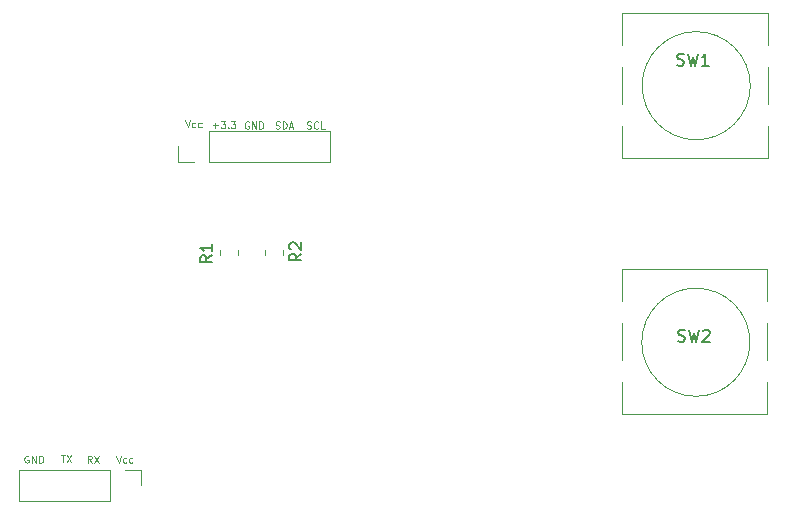
<source format=gbr>
G04 #@! TF.GenerationSoftware,KiCad,Pcbnew,(6.0.7-1)-1*
G04 #@! TF.CreationDate,2022-11-28T10:58:20-05:00*
G04 #@! TF.ProjectId,ebike_LED,6562696b-655f-44c4-9544-2e6b69636164,rev?*
G04 #@! TF.SameCoordinates,Original*
G04 #@! TF.FileFunction,Legend,Top*
G04 #@! TF.FilePolarity,Positive*
%FSLAX46Y46*%
G04 Gerber Fmt 4.6, Leading zero omitted, Abs format (unit mm)*
G04 Created by KiCad (PCBNEW (6.0.7-1)-1) date 2022-11-28 10:58:20*
%MOMM*%
%LPD*%
G01*
G04 APERTURE LIST*
%ADD10C,0.120000*%
%ADD11C,0.150000*%
G04 APERTURE END LIST*
D10*
X72521428Y-36492857D02*
X72607142Y-36521428D01*
X72750000Y-36521428D01*
X72807142Y-36492857D01*
X72835714Y-36464285D01*
X72864285Y-36407142D01*
X72864285Y-36350000D01*
X72835714Y-36292857D01*
X72807142Y-36264285D01*
X72750000Y-36235714D01*
X72635714Y-36207142D01*
X72578571Y-36178571D01*
X72550000Y-36150000D01*
X72521428Y-36092857D01*
X72521428Y-36035714D01*
X72550000Y-35978571D01*
X72578571Y-35950000D01*
X72635714Y-35921428D01*
X72778571Y-35921428D01*
X72864285Y-35950000D01*
X73121428Y-36521428D02*
X73121428Y-35921428D01*
X73264285Y-35921428D01*
X73350000Y-35950000D01*
X73407142Y-36007142D01*
X73435714Y-36064285D01*
X73464285Y-36178571D01*
X73464285Y-36264285D01*
X73435714Y-36378571D01*
X73407142Y-36435714D01*
X73350000Y-36492857D01*
X73264285Y-36521428D01*
X73121428Y-36521428D01*
X73692857Y-36350000D02*
X73978571Y-36350000D01*
X73635714Y-36521428D02*
X73835714Y-35921428D01*
X74035714Y-36521428D01*
X67207142Y-36242857D02*
X67664285Y-36242857D01*
X67435714Y-36471428D02*
X67435714Y-36014285D01*
X67892857Y-35871428D02*
X68264285Y-35871428D01*
X68064285Y-36100000D01*
X68150000Y-36100000D01*
X68207142Y-36128571D01*
X68235714Y-36157142D01*
X68264285Y-36214285D01*
X68264285Y-36357142D01*
X68235714Y-36414285D01*
X68207142Y-36442857D01*
X68150000Y-36471428D01*
X67978571Y-36471428D01*
X67921428Y-36442857D01*
X67892857Y-36414285D01*
X68521428Y-36414285D02*
X68550000Y-36442857D01*
X68521428Y-36471428D01*
X68492857Y-36442857D01*
X68521428Y-36414285D01*
X68521428Y-36471428D01*
X68750000Y-35871428D02*
X69121428Y-35871428D01*
X68921428Y-36100000D01*
X69007142Y-36100000D01*
X69064285Y-36128571D01*
X69092857Y-36157142D01*
X69121428Y-36214285D01*
X69121428Y-36357142D01*
X69092857Y-36414285D01*
X69064285Y-36442857D01*
X69007142Y-36471428D01*
X68835714Y-36471428D01*
X68778571Y-36442857D01*
X68750000Y-36414285D01*
X59035714Y-64221428D02*
X59235714Y-64821428D01*
X59435714Y-64221428D01*
X59892857Y-64792857D02*
X59835714Y-64821428D01*
X59721428Y-64821428D01*
X59664285Y-64792857D01*
X59635714Y-64764285D01*
X59607142Y-64707142D01*
X59607142Y-64535714D01*
X59635714Y-64478571D01*
X59664285Y-64450000D01*
X59721428Y-64421428D01*
X59835714Y-64421428D01*
X59892857Y-64450000D01*
X60407142Y-64792857D02*
X60350000Y-64821428D01*
X60235714Y-64821428D01*
X60178571Y-64792857D01*
X60150000Y-64764285D01*
X60121428Y-64707142D01*
X60121428Y-64535714D01*
X60150000Y-64478571D01*
X60178571Y-64450000D01*
X60235714Y-64421428D01*
X60350000Y-64421428D01*
X60407142Y-64450000D01*
X70242857Y-35950000D02*
X70185714Y-35921428D01*
X70100000Y-35921428D01*
X70014285Y-35950000D01*
X69957142Y-36007142D01*
X69928571Y-36064285D01*
X69900000Y-36178571D01*
X69900000Y-36264285D01*
X69928571Y-36378571D01*
X69957142Y-36435714D01*
X70014285Y-36492857D01*
X70100000Y-36521428D01*
X70157142Y-36521428D01*
X70242857Y-36492857D01*
X70271428Y-36464285D01*
X70271428Y-36264285D01*
X70157142Y-36264285D01*
X70528571Y-36521428D02*
X70528571Y-35921428D01*
X70871428Y-36521428D01*
X70871428Y-35921428D01*
X71157142Y-36521428D02*
X71157142Y-35921428D01*
X71300000Y-35921428D01*
X71385714Y-35950000D01*
X71442857Y-36007142D01*
X71471428Y-36064285D01*
X71500000Y-36178571D01*
X71500000Y-36264285D01*
X71471428Y-36378571D01*
X71442857Y-36435714D01*
X71385714Y-36492857D01*
X71300000Y-36521428D01*
X71157142Y-36521428D01*
X56950000Y-64821428D02*
X56750000Y-64535714D01*
X56607142Y-64821428D02*
X56607142Y-64221428D01*
X56835714Y-64221428D01*
X56892857Y-64250000D01*
X56921428Y-64278571D01*
X56950000Y-64335714D01*
X56950000Y-64421428D01*
X56921428Y-64478571D01*
X56892857Y-64507142D01*
X56835714Y-64535714D01*
X56607142Y-64535714D01*
X57150000Y-64221428D02*
X57550000Y-64821428D01*
X57550000Y-64221428D02*
X57150000Y-64821428D01*
X64885714Y-35821428D02*
X65085714Y-36421428D01*
X65285714Y-35821428D01*
X65742857Y-36392857D02*
X65685714Y-36421428D01*
X65571428Y-36421428D01*
X65514285Y-36392857D01*
X65485714Y-36364285D01*
X65457142Y-36307142D01*
X65457142Y-36135714D01*
X65485714Y-36078571D01*
X65514285Y-36050000D01*
X65571428Y-36021428D01*
X65685714Y-36021428D01*
X65742857Y-36050000D01*
X66257142Y-36392857D02*
X66200000Y-36421428D01*
X66085714Y-36421428D01*
X66028571Y-36392857D01*
X66000000Y-36364285D01*
X65971428Y-36307142D01*
X65971428Y-36135714D01*
X66000000Y-36078571D01*
X66028571Y-36050000D01*
X66085714Y-36021428D01*
X66200000Y-36021428D01*
X66257142Y-36050000D01*
X75185714Y-36492857D02*
X75271428Y-36521428D01*
X75414285Y-36521428D01*
X75471428Y-36492857D01*
X75500000Y-36464285D01*
X75528571Y-36407142D01*
X75528571Y-36350000D01*
X75500000Y-36292857D01*
X75471428Y-36264285D01*
X75414285Y-36235714D01*
X75300000Y-36207142D01*
X75242857Y-36178571D01*
X75214285Y-36150000D01*
X75185714Y-36092857D01*
X75185714Y-36035714D01*
X75214285Y-35978571D01*
X75242857Y-35950000D01*
X75300000Y-35921428D01*
X75442857Y-35921428D01*
X75528571Y-35950000D01*
X76128571Y-36464285D02*
X76100000Y-36492857D01*
X76014285Y-36521428D01*
X75957142Y-36521428D01*
X75871428Y-36492857D01*
X75814285Y-36435714D01*
X75785714Y-36378571D01*
X75757142Y-36264285D01*
X75757142Y-36178571D01*
X75785714Y-36064285D01*
X75814285Y-36007142D01*
X75871428Y-35950000D01*
X75957142Y-35921428D01*
X76014285Y-35921428D01*
X76100000Y-35950000D01*
X76128571Y-35978571D01*
X76671428Y-36521428D02*
X76385714Y-36521428D01*
X76385714Y-35921428D01*
X54342857Y-64171428D02*
X54685714Y-64171428D01*
X54514285Y-64771428D02*
X54514285Y-64171428D01*
X54828571Y-64171428D02*
X55228571Y-64771428D01*
X55228571Y-64171428D02*
X54828571Y-64771428D01*
X51592857Y-64250000D02*
X51535714Y-64221428D01*
X51450000Y-64221428D01*
X51364285Y-64250000D01*
X51307142Y-64307142D01*
X51278571Y-64364285D01*
X51250000Y-64478571D01*
X51250000Y-64564285D01*
X51278571Y-64678571D01*
X51307142Y-64735714D01*
X51364285Y-64792857D01*
X51450000Y-64821428D01*
X51507142Y-64821428D01*
X51592857Y-64792857D01*
X51621428Y-64764285D01*
X51621428Y-64564285D01*
X51507142Y-64564285D01*
X51878571Y-64821428D02*
X51878571Y-64221428D01*
X52221428Y-64821428D01*
X52221428Y-64221428D01*
X52507142Y-64821428D02*
X52507142Y-64221428D01*
X52650000Y-64221428D01*
X52735714Y-64250000D01*
X52792857Y-64307142D01*
X52821428Y-64364285D01*
X52850000Y-64478571D01*
X52850000Y-64564285D01*
X52821428Y-64678571D01*
X52792857Y-64735714D01*
X52735714Y-64792857D01*
X52650000Y-64821428D01*
X52507142Y-64821428D01*
D11*
X67152380Y-47266666D02*
X66676190Y-47600000D01*
X67152380Y-47838095D02*
X66152380Y-47838095D01*
X66152380Y-47457142D01*
X66200000Y-47361904D01*
X66247619Y-47314285D01*
X66342857Y-47266666D01*
X66485714Y-47266666D01*
X66580952Y-47314285D01*
X66628571Y-47361904D01*
X66676190Y-47457142D01*
X66676190Y-47838095D01*
X67152380Y-46314285D02*
X67152380Y-46885714D01*
X67152380Y-46600000D02*
X66152380Y-46600000D01*
X66295238Y-46695238D01*
X66390476Y-46790476D01*
X66438095Y-46885714D01*
X106616666Y-54506761D02*
X106759523Y-54554380D01*
X106997619Y-54554380D01*
X107092857Y-54506761D01*
X107140476Y-54459142D01*
X107188095Y-54363904D01*
X107188095Y-54268666D01*
X107140476Y-54173428D01*
X107092857Y-54125809D01*
X106997619Y-54078190D01*
X106807142Y-54030571D01*
X106711904Y-53982952D01*
X106664285Y-53935333D01*
X106616666Y-53840095D01*
X106616666Y-53744857D01*
X106664285Y-53649619D01*
X106711904Y-53602000D01*
X106807142Y-53554380D01*
X107045238Y-53554380D01*
X107188095Y-53602000D01*
X107521428Y-53554380D02*
X107759523Y-54554380D01*
X107950000Y-53840095D01*
X108140476Y-54554380D01*
X108378571Y-53554380D01*
X108711904Y-53649619D02*
X108759523Y-53602000D01*
X108854761Y-53554380D01*
X109092857Y-53554380D01*
X109188095Y-53602000D01*
X109235714Y-53649619D01*
X109283333Y-53744857D01*
X109283333Y-53840095D01*
X109235714Y-53982952D01*
X108664285Y-54554380D01*
X109283333Y-54554380D01*
X106536666Y-31138761D02*
X106679523Y-31186380D01*
X106917619Y-31186380D01*
X107012857Y-31138761D01*
X107060476Y-31091142D01*
X107108095Y-30995904D01*
X107108095Y-30900666D01*
X107060476Y-30805428D01*
X107012857Y-30757809D01*
X106917619Y-30710190D01*
X106727142Y-30662571D01*
X106631904Y-30614952D01*
X106584285Y-30567333D01*
X106536666Y-30472095D01*
X106536666Y-30376857D01*
X106584285Y-30281619D01*
X106631904Y-30234000D01*
X106727142Y-30186380D01*
X106965238Y-30186380D01*
X107108095Y-30234000D01*
X107441428Y-30186380D02*
X107679523Y-31186380D01*
X107870000Y-30472095D01*
X108060476Y-31186380D01*
X108298571Y-30186380D01*
X109203333Y-31186380D02*
X108631904Y-31186380D01*
X108917619Y-31186380D02*
X108917619Y-30186380D01*
X108822380Y-30329238D01*
X108727142Y-30424476D01*
X108631904Y-30472095D01*
X74702380Y-47116666D02*
X74226190Y-47450000D01*
X74702380Y-47688095D02*
X73702380Y-47688095D01*
X73702380Y-47307142D01*
X73750000Y-47211904D01*
X73797619Y-47164285D01*
X73892857Y-47116666D01*
X74035714Y-47116666D01*
X74130952Y-47164285D01*
X74178571Y-47211904D01*
X74226190Y-47307142D01*
X74226190Y-47688095D01*
X73797619Y-46735714D02*
X73750000Y-46688095D01*
X73702380Y-46592857D01*
X73702380Y-46354761D01*
X73750000Y-46259523D01*
X73797619Y-46211904D01*
X73892857Y-46164285D01*
X73988095Y-46164285D01*
X74130952Y-46211904D01*
X74702380Y-46783333D01*
X74702380Y-46164285D01*
D10*
X50841600Y-65395800D02*
X50841600Y-68055800D01*
X58521600Y-68055800D02*
X50841600Y-68055800D01*
X59791600Y-65395800D02*
X61121600Y-65395800D01*
X58521600Y-65395800D02*
X50841600Y-65395800D01*
X58521600Y-65395800D02*
X58521600Y-68055800D01*
X61121600Y-65395800D02*
X61121600Y-66725800D01*
X67845000Y-47217064D02*
X67845000Y-46762936D01*
X69315000Y-47217064D02*
X69315000Y-46762936D01*
X65619321Y-39351200D02*
X64289321Y-39351200D01*
X64289321Y-39351200D02*
X64289321Y-38021200D01*
X66889321Y-36691200D02*
X77109321Y-36691200D01*
X66889321Y-39351200D02*
X66889321Y-36691200D01*
X66889321Y-39351200D02*
X77109321Y-39351200D01*
X77109321Y-39351200D02*
X77109321Y-36691200D01*
X101860000Y-51140000D02*
X101860000Y-48420000D01*
X114160000Y-53000000D02*
X114160000Y-56140000D01*
X114160000Y-60720000D02*
X101860000Y-60720000D01*
X114160000Y-48420000D02*
X114160000Y-51140000D01*
X101860000Y-56140000D02*
X101860000Y-53000000D01*
X101860000Y-48420000D02*
X114160000Y-48420000D01*
X101860000Y-60720000D02*
X101860000Y-58000000D01*
X114160000Y-58000000D02*
X114160000Y-60720000D01*
X112689050Y-54610000D02*
G75*
G03*
X112689050Y-54610000I-4579050J0D01*
G01*
X101890000Y-34420000D02*
X101890000Y-31280000D01*
X114190000Y-36280000D02*
X114190000Y-39000000D01*
X101890000Y-39000000D02*
X101890000Y-36280000D01*
X114190000Y-31280000D02*
X114190000Y-34420000D01*
X114190000Y-26700000D02*
X114190000Y-29420000D01*
X101890000Y-26700000D02*
X114190000Y-26700000D01*
X101890000Y-29420000D02*
X101890000Y-26700000D01*
X114190000Y-39000000D02*
X101890000Y-39000000D01*
X112719050Y-32890000D02*
G75*
G03*
X112719050Y-32890000I-4579050J0D01*
G01*
X71655000Y-47217064D02*
X71655000Y-46762936D01*
X73125000Y-47217064D02*
X73125000Y-46762936D01*
M02*

</source>
